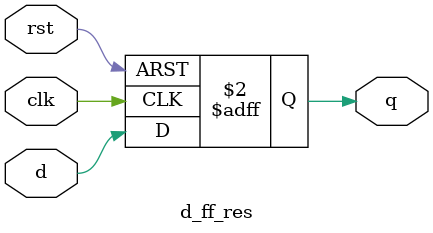
<source format=sv>
module d_ff_res
(
input d,
input clk,
input rst,
output logic q
);
always_ff @(posedge clk or posedge rst) 
begin
  if(rst)
    q <= 1'b0;
  else 
    q <= d;  
end 
endmodule
</source>
